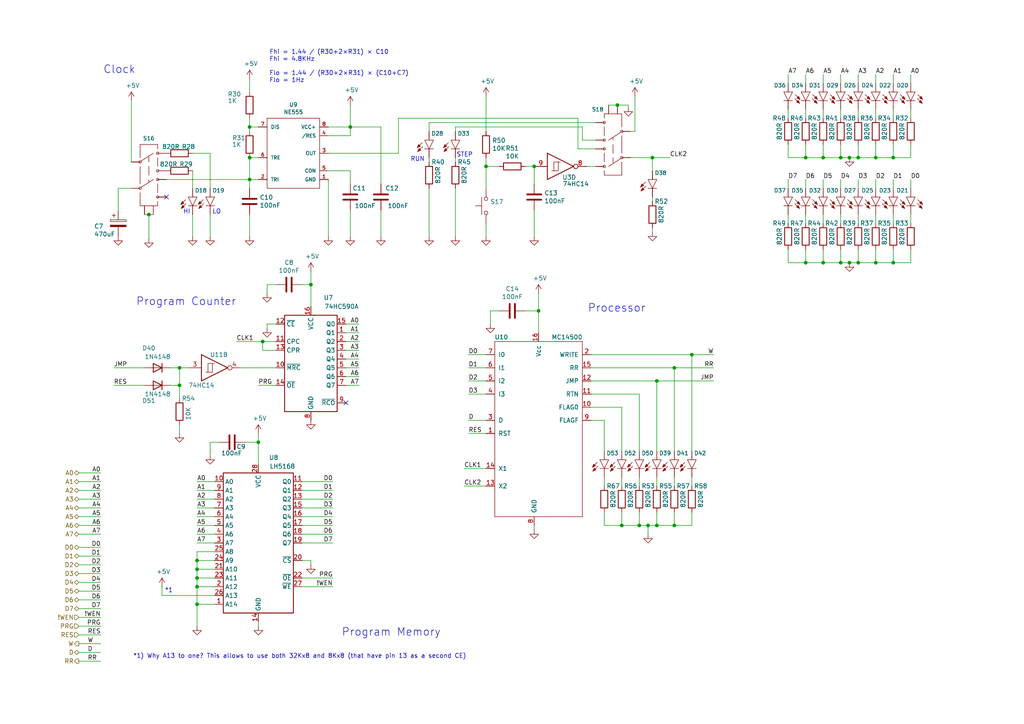
<source format=kicad_sch>
(kicad_sch (version 20230121) (generator eeschema)
  (paper "A4")
  (title_block (title "PLC14500 - Nano") (date "2024-01-22") (rev "0.6") (company "Nicola Cimmino") (comment 1 "REV.D"))
  (junction (at 238.76 45.72))
  (junction (at 57.15 162.56))
  (junction (at 156.21 90.17))
  (junction (at 243.84 76.2))
  (junction (at 189.23 45.72))
  (junction (at 187.96 152.4))
  (junction (at 101.6 36.83))
  (junction (at 90.17 82.55))
  (junction (at 179.07 30.48))
  (junction (at 259.08 45.72))
  (junction (at 200.66 102.87))
  (junction (at 233.68 76.2))
  (junction (at 57.15 167.64))
  (junction (at 140.97 48.26))
  (junction (at 57.15 170.18))
  (junction (at 195.58 152.4))
  (junction (at 195.58 106.68))
  (junction (at 43.18 62.23))
  (junction (at 72.39 52.07))
  (junction (at 74.93 128.27))
  (junction (at 238.76 76.2))
  (junction (at 248.92 45.72))
  (junction (at 180.34 152.4))
  (junction (at 243.84 45.72))
  (junction (at 190.5 110.49))
  (junction (at 259.08 76.2))
  (junction (at 57.15 165.1))
  (junction (at 57.15 175.26))
  (junction (at 233.68 45.72))
  (junction (at 248.92 76.2))
  (junction (at 254 45.72))
  (junction (at 190.5 152.4))
  (junction (at 72.39 36.83))
  (junction (at 254 76.2))
  (junction (at 154.94 48.26))
  (junction (at 76.2 99.06))
  (junction (at 246.38 45.72))
  (junction (at 185.42 152.4))
  (junction (at 72.39 45.72))
  (junction (at 52.07 111.76))
  (junction (at 52.07 106.68))
  (junction (at 246.38 76.2))
  (no_connect (at 100.33 116.84))
  (no_connect (at 48.26 57.15))
  (wire (pts (xy 57.15 157.48) (xy 62.23 157.48)))
  (wire (pts (xy 22.86 191.77) (xy 29.21 191.77)))
  (wire (pts (xy 22.86 139.7) (xy 29.21 139.7)))
  (wire (pts (xy 87.63 154.94) (xy 96.52 154.94)))
  (wire (pts (xy 175.26 138.43) (xy 175.26 140.97)))
  (wire (pts (xy 57.15 142.24) (xy 62.23 142.24)))
  (wire (pts (xy 74.93 128.27) (xy 74.93 134.62)))
  (wire (pts (xy 55.88 44.45) (xy 60.96 44.45)))
  (wire (pts (xy 74.93 45.72) (xy 72.39 45.72)))
  (wire (pts (xy 233.68 45.72) (xy 238.76 45.72)))
  (wire (pts (xy 200.66 102.87) (xy 200.66 130.81)))
  (wire (pts (xy 233.68 45.72) (xy 228.6 45.72)))
  (wire (pts (xy 95.25 39.37) (xy 101.6 39.37)))
  (wire (pts (xy 43.18 62.23) (xy 43.18 69.215)))
  (wire (pts (xy 167.64 34.29) (xy 167.64 43.18)))
  (wire (pts (xy 176.53 30.48) (xy 179.07 30.48)))
  (wire (pts (xy 264.16 54.61) (xy 264.16 52.07)))
  (wire (pts (xy 254 41.91) (xy 254 45.72)))
  (wire (pts (xy 228.6 45.72) (xy 228.6 41.91)))
  (wire (pts (xy 101.6 30.48) (xy 101.6 36.83)))
  (wire (pts (xy 154.94 60.96) (xy 154.94 68.58)))
  (wire (pts (xy 248.92 45.72) (xy 254 45.72)))
  (wire (pts (xy 87.63 152.4) (xy 96.52 152.4)))
  (wire (pts (xy 195.58 152.4) (xy 200.66 152.4)))
  (wire (pts (xy 22.86 137.16) (xy 29.21 137.16)))
  (wire (pts (xy 55.88 49.53) (xy 55.88 54.61)))
  (wire (pts (xy 100.33 104.14) (xy 104.14 104.14)))
  (wire (pts (xy 22.86 161.29) (xy 29.21 161.29)))
  (wire (pts (xy 74.93 180.34) (xy 74.93 181.61)))
  (wire (pts (xy 154.94 53.34) (xy 154.94 48.26)))
  (wire (pts (xy 233.68 31.75) (xy 233.68 34.29)))
  (wire (pts (xy 68.58 99.06) (xy 76.2 99.06)))
  (wire (pts (xy 124.46 45.72) (xy 124.46 46.99)))
  (wire (pts (xy 80.01 93.98) (xy 77.47 93.98)))
  (wire (pts (xy 57.15 162.56) (xy 57.15 165.1)))
  (wire (pts (xy 72.39 34.29) (xy 72.39 36.83)))
  (wire (pts (xy 87.63 144.78) (xy 96.52 144.78)))
  (wire (pts (xy 100.33 93.98) (xy 104.14 93.98)))
  (wire (pts (xy 243.84 62.23) (xy 243.84 64.77)))
  (wire (pts (xy 185.42 138.43) (xy 185.42 140.97)))
  (wire (pts (xy 77.47 93.98) (xy 77.47 95.25)))
  (wire (pts (xy 52.07 125.73) (xy 52.07 123.19)))
  (wire (pts (xy 100.33 106.68) (xy 104.14 106.68)))
  (wire (pts (xy 154.94 153.67) (xy 154.94 152.4)))
  (wire (pts (xy 140.97 121.92) (xy 135.89 121.92)))
  (wire (pts (xy 180.34 152.4) (xy 185.42 152.4)))
  (wire (pts (xy 52.07 115.57) (xy 52.07 111.76)))
  (wire (pts (xy 115.57 34.29) (xy 167.64 34.29)))
  (wire (pts (xy 134.62 140.97) (xy 140.97 140.97)))
  (wire (pts (xy 22.86 152.4) (xy 29.21 152.4)))
  (wire (pts (xy 90.17 82.55) (xy 90.17 78.74)))
  (wire (pts (xy 57.15 144.78) (xy 62.23 144.78)))
  (wire (pts (xy 243.84 41.91) (xy 243.84 45.72)))
  (wire (pts (xy 140.97 114.3) (xy 135.89 114.3)))
  (wire (pts (xy 22.86 149.86) (xy 29.21 149.86)))
  (wire (pts (xy 248.92 72.39) (xy 248.92 76.2)))
  (wire (pts (xy 101.6 49.53) (xy 101.6 53.34)))
  (wire (pts (xy 140.97 45.72) (xy 140.97 48.26)))
  (wire (pts (xy 52.07 106.68) (xy 54.61 106.68)))
  (wire (pts (xy 167.64 43.18) (xy 172.72 43.18)))
  (wire (pts (xy 71.12 128.27) (xy 74.93 128.27)))
  (wire (pts (xy 87.63 162.56) (xy 90.17 162.56)))
  (wire (pts (xy 87.63 157.48) (xy 96.52 157.48)))
  (wire (pts (xy 238.76 62.23) (xy 238.76 64.77)))
  (wire (pts (xy 132.08 46.99) (xy 132.08 45.72)))
  (wire (pts (xy 180.34 130.81) (xy 180.34 118.11)))
  (wire (pts (xy 57.15 167.64) (xy 57.15 170.18)))
  (wire (pts (xy 248.92 62.23) (xy 248.92 64.77)))
  (wire (pts (xy 80.01 82.55) (xy 77.47 82.55)))
  (wire (pts (xy 264.16 72.39) (xy 264.16 76.2)))
  (wire (pts (xy 264.16 64.77) (xy 264.16 62.23)))
  (wire (pts (xy 62.23 165.1) (xy 57.15 165.1)))
  (wire (pts (xy 248.92 21.59) (xy 248.92 24.13)))
  (wire (pts (xy 152.4 90.17) (xy 156.21 90.17)))
  (wire (pts (xy 57.15 152.4) (xy 62.23 152.4)))
  (wire (pts (xy 248.92 31.75) (xy 248.92 34.29)))
  (wire (pts (xy 77.47 82.55) (xy 77.47 85.09)))
  (wire (pts (xy 182.245 30.48) (xy 179.07 30.48)))
  (wire (pts (xy 87.63 149.86) (xy 96.52 149.86)))
  (wire (pts (xy 190.5 138.43) (xy 190.5 140.97)))
  (wire (pts (xy 22.86 176.53) (xy 29.21 176.53)))
  (wire (pts (xy 264.16 76.2) (xy 259.08 76.2)))
  (wire (pts (xy 200.66 152.4) (xy 200.66 148.59)))
  (wire (pts (xy 175.26 130.81) (xy 175.26 121.92)))
  (wire (pts (xy 228.6 76.2) (xy 228.6 72.39)))
  (wire (pts (xy 185.42 114.3) (xy 171.45 114.3)))
  (wire (pts (xy 254 72.39) (xy 254 76.2)))
  (wire (pts (xy 38.1 46.99) (xy 38.1 29.21)))
  (wire (pts (xy 185.42 130.81) (xy 185.42 114.3)))
  (wire (pts (xy 233.68 76.2) (xy 238.76 76.2)))
  (wire (pts (xy 29.21 184.15) (xy 22.86 184.15)))
  (wire (pts (xy 189.23 45.72) (xy 194.31 45.72)))
  (wire (pts (xy 57.15 160.02) (xy 57.15 162.56)))
  (wire (pts (xy 95.25 49.53) (xy 101.6 49.53)))
  (wire (pts (xy 195.58 106.68) (xy 195.58 130.81)))
  (wire (pts (xy 22.86 173.99) (xy 29.21 173.99)))
  (wire (pts (xy 74.93 111.76) (xy 80.01 111.76)))
  (wire (pts (xy 243.84 76.2) (xy 246.38 76.2)))
  (wire (pts (xy 57.15 154.94) (xy 62.23 154.94)))
  (wire (pts (xy 57.15 170.18) (xy 57.15 175.26)))
  (wire (pts (xy 72.39 45.72) (xy 72.39 52.07)))
  (wire (pts (xy 57.15 147.32) (xy 62.23 147.32)))
  (wire (pts (xy 33.02 111.76) (xy 41.91 111.76)))
  (wire (pts (xy 172.72 35.56) (xy 124.46 35.56)))
  (wire (pts (xy 22.86 168.91) (xy 29.21 168.91)))
  (wire (pts (xy 246.38 45.72) (xy 248.92 45.72)))
  (wire (pts (xy 254 76.2) (xy 259.08 76.2)))
  (wire (pts (xy 60.96 132.08) (xy 60.96 128.27)))
  (wire (pts (xy 72.39 38.1) (xy 72.39 36.83)))
  (wire (pts (xy 95.25 36.83) (xy 101.6 36.83)))
  (wire (pts (xy 100.33 96.52) (xy 104.14 96.52)))
  (wire (pts (xy 22.86 171.45) (xy 29.21 171.45)))
  (wire (pts (xy 41.91 62.23) (xy 43.18 62.23)))
  (wire (pts (xy 100.33 109.22) (xy 104.14 109.22)))
  (wire (pts (xy 195.58 148.59) (xy 195.58 152.4)))
  (wire (pts (xy 110.49 68.58) (xy 110.49 60.96)))
  (wire (pts (xy 48.26 52.07) (xy 72.39 52.07)))
  (wire (pts (xy 195.58 106.68) (xy 207.01 106.68)))
  (wire (pts (xy 200.66 138.43) (xy 200.66 140.97)))
  (wire (pts (xy 185.42 148.59) (xy 185.42 152.4)))
  (wire (pts (xy 132.08 36.83) (xy 168.91 36.83)))
  (wire (pts (xy 156.21 96.52) (xy 156.21 90.17)))
  (wire (pts (xy 259.08 21.59) (xy 259.08 24.13)))
  (wire (pts (xy 190.5 152.4) (xy 195.58 152.4)))
  (wire (pts (xy 62.23 172.72) (xy 46.99 172.72)))
  (wire (pts (xy 33.02 106.68) (xy 41.91 106.68)))
  (wire (pts (xy 22.86 144.78) (xy 29.21 144.78)))
  (wire (pts (xy 34.29 60.96) (xy 34.29 54.61)))
  (wire (pts (xy 254 54.61) (xy 254 52.07)))
  (wire (pts (xy 115.57 44.45) (xy 115.57 34.29)))
  (wire (pts (xy 170.18 48.26) (xy 172.72 48.26)))
  (wire (pts (xy 87.63 147.32) (xy 96.52 147.32)))
  (wire (pts (xy 243.84 76.2) (xy 238.76 76.2)))
  (wire (pts (xy 156.21 90.17) (xy 156.21 85.09)))
  (wire (pts (xy 248.92 41.91) (xy 248.92 45.72)))
  (wire (pts (xy 171.45 110.49) (xy 190.5 110.49)))
  (wire (pts (xy 22.86 179.07) (xy 29.21 179.07)))
  (wire (pts (xy 57.15 149.86) (xy 62.23 149.86)))
  (wire (pts (xy 132.08 68.58) (xy 132.08 54.61)))
  (wire (pts (xy 140.97 106.68) (xy 135.89 106.68)))
  (wire (pts (xy 175.26 148.59) (xy 175.26 152.4)))
  (wire (pts (xy 52.07 111.76) (xy 52.07 106.68)))
  (wire (pts (xy 180.34 118.11) (xy 171.45 118.11)))
  (wire (pts (xy 175.26 152.4) (xy 180.34 152.4)))
  (wire (pts (xy 110.49 36.83) (xy 101.6 36.83)))
  (wire (pts (xy 124.46 35.56) (xy 124.46 38.1)))
  (wire (pts (xy 49.53 111.76) (xy 52.07 111.76)))
  (wire (pts (xy 189.23 67.31) (xy 189.23 66.04)))
  (wire (pts (xy 259.08 72.39) (xy 259.08 76.2)))
  (wire (pts (xy 22.86 166.37) (xy 29.21 166.37)))
  (wire (pts (xy 180.34 138.43) (xy 180.34 140.97)))
  (wire (pts (xy 95.25 52.07) (xy 95.25 68.58)))
  (wire (pts (xy 238.76 31.75) (xy 238.76 34.29)))
  (wire (pts (xy 87.63 139.7) (xy 96.52 139.7)))
  (wire (pts (xy 57.15 139.7) (xy 62.23 139.7)))
  (wire (pts (xy 264.16 34.29) (xy 264.16 31.75)))
  (wire (pts (xy 254 21.59) (xy 254 24.13)))
  (wire (pts (xy 190.5 148.59) (xy 190.5 152.4)))
  (wire (pts (xy 254 31.75) (xy 254 34.29)))
  (wire (pts (xy 182.245 31.115) (xy 182.245 30.48)))
  (wire (pts (xy 189.23 49.53) (xy 189.23 45.72)))
  (wire (pts (xy 87.63 142.24) (xy 96.52 142.24)))
  (wire (pts (xy 72.39 68.58) (xy 72.39 62.23)))
  (wire (pts (xy 168.91 36.83) (xy 168.91 40.64)))
  (wire (pts (xy 76.2 101.6) (xy 76.2 99.06)))
  (wire (pts (xy 187.96 152.4) (xy 190.5 152.4)))
  (wire (pts (xy 175.26 121.92) (xy 171.45 121.92)))
  (wire (pts (xy 80.01 101.6) (xy 76.2 101.6)))
  (wire (pts (xy 135.89 125.73) (xy 140.97 125.73)))
  (wire (pts (xy 185.42 152.4) (xy 187.96 152.4)))
  (wire (pts (xy 259.08 41.91) (xy 259.08 45.72)))
  (wire (pts (xy 62.23 160.02) (xy 57.15 160.02)))
  (wire (pts (xy 43.18 62.23) (xy 44.45 62.23)))
  (wire (pts (xy 72.39 52.07) (xy 74.93 52.07)))
  (wire (pts (xy 228.6 31.75) (xy 228.6 34.29)))
  (wire (pts (xy 233.68 41.91) (xy 233.68 45.72)))
  (wire (pts (xy 233.68 21.59) (xy 233.68 24.13)))
  (wire (pts (xy 187.96 152.4) (xy 187.96 154.94)))
  (wire (pts (xy 142.24 90.17) (xy 144.78 90.17)))
  (wire (pts (xy 140.97 68.58) (xy 140.97 64.77)))
  (wire (pts (xy 49.53 106.68) (xy 52.07 106.68)))
  (wire (pts (xy 60.96 68.58) (xy 60.96 62.23)))
  (wire (pts (xy 22.86 163.83) (xy 29.21 163.83)))
  (wire (pts (xy 243.84 72.39) (xy 243.84 76.2)))
  (wire (pts (xy 233.68 62.23) (xy 233.68 64.77)))
  (wire (pts (xy 100.33 111.76) (xy 104.14 111.76)))
  (wire (pts (xy 238.76 41.91) (xy 238.76 45.72)))
  (wire (pts (xy 55.88 62.23) (xy 55.88 68.58)))
  (wire (pts (xy 62.23 167.64) (xy 57.15 167.64)))
  (wire (pts (xy 264.16 45.72) (xy 259.08 45.72)))
  (wire (pts (xy 72.39 26.67) (xy 72.39 22.86)))
  (wire (pts (xy 238.76 72.39) (xy 238.76 76.2)))
  (wire (pts (xy 22.86 154.94) (xy 29.21 154.94)))
  (wire (pts (xy 243.84 45.72) (xy 238.76 45.72)))
  (wire (pts (xy 248.92 54.61) (xy 248.92 52.07)))
  (wire (pts (xy 243.84 54.61) (xy 243.84 52.07)))
  (wire (pts (xy 62.23 175.26) (xy 57.15 175.26)))
  (wire (pts (xy 101.6 60.96) (xy 101.6 68.58)))
  (wire (pts (xy 233.68 76.2) (xy 228.6 76.2)))
  (wire (pts (xy 189.23 58.42) (xy 189.23 57.15)))
  (wire (pts (xy 76.2 99.06) (xy 80.01 99.06)))
  (wire (pts (xy 200.66 102.87) (xy 207.01 102.87)))
  (wire (pts (xy 243.84 45.72) (xy 246.38 45.72)))
  (wire (pts (xy 87.63 167.64) (xy 96.52 167.64)))
  (wire (pts (xy 101.6 39.37) (xy 101.6 36.83)))
  (wire (pts (xy 238.76 54.61) (xy 238.76 52.07)))
  (wire (pts (xy 90.17 162.56) (xy 90.17 163.83)))
  (wire (pts (xy 134.62 135.89) (xy 140.97 135.89)))
  (wire (pts (xy 100.33 99.06) (xy 104.14 99.06)))
  (wire (pts (xy 168.91 40.64) (xy 172.72 40.64)))
  (wire (pts (xy 259.08 62.23) (xy 259.08 64.77)))
  (wire (pts (xy 72.39 54.61) (xy 72.39 52.07)))
  (wire (pts (xy 228.6 21.59) (xy 228.6 24.13)))
  (wire (pts (xy 72.39 36.83) (xy 74.93 36.83)))
  (wire (pts (xy 264.16 21.59) (xy 264.16 24.13)))
  (wire (pts (xy 60.96 128.27) (xy 63.5 128.27)))
  (wire (pts (xy 184.15 38.1) (xy 184.15 27.94)))
  (wire (pts (xy 22.86 181.61) (xy 29.21 181.61)))
  (wire (pts (xy 22.86 147.32) (xy 29.21 147.32)))
  (wire (pts (xy 228.6 54.61) (xy 228.6 52.07)))
  (wire (pts (xy 154.94 48.26) (xy 152.4 48.26)))
  (wire (pts (xy 238.76 21.59) (xy 238.76 24.13)))
  (wire (pts (xy 144.78 48.26) (xy 140.97 48.26)))
  (wire (pts (xy 195.58 138.43) (xy 195.58 140.97)))
  (wire (pts (xy 264.16 41.91) (xy 264.16 45.72)))
  (wire (pts (xy 100.33 101.6) (xy 104.14 101.6)))
  (wire (pts (xy 190.5 110.49) (xy 207.01 110.49)))
  (wire (pts (xy 233.68 54.61) (xy 233.68 52.07)))
  (wire (pts (xy 254 45.72) (xy 259.08 45.72)))
  (wire (pts (xy 57.15 165.1) (xy 57.15 167.64)))
  (wire (pts (xy 22.86 186.69) (xy 29.21 186.69)))
  (wire (pts (xy 62.23 170.18) (xy 57.15 170.18)))
  (wire (pts (xy 190.5 110.49) (xy 190.5 130.81)))
  (wire (pts (xy 142.24 93.98) (xy 142.24 90.17)))
  (wire (pts (xy 233.68 72.39) (xy 233.68 76.2)))
  (wire (pts (xy 34.29 54.61) (xy 38.1 54.61)))
  (wire (pts (xy 87.63 82.55) (xy 90.17 82.55)))
  (wire (pts (xy 243.84 31.75) (xy 243.84 34.29)))
  (wire (pts (xy 140.97 54.61) (xy 140.97 48.26)))
  (wire (pts (xy 246.38 76.2) (xy 248.92 76.2)))
  (wire (pts (xy 228.6 64.77) (xy 228.6 62.23)))
  (wire (pts (xy 243.84 21.59) (xy 243.84 24.13)))
  (wire (pts (xy 140.97 110.49) (xy 135.89 110.49)))
  (wire (pts (xy 254 62.23) (xy 254 64.77)))
  (wire (pts (xy 95.25 44.45) (xy 115.57 44.45)))
  (wire (pts (xy 110.49 53.34) (xy 110.49 36.83)))
  (wire (pts (xy 140.97 102.87) (xy 135.89 102.87)))
  (wire (pts (xy 171.45 102.87) (xy 200.66 102.87)))
  (wire (pts (xy 90.17 82.55) (xy 90.17 88.9)))
  (wire (pts (xy 124.46 54.61) (xy 124.46 68.58)))
  (wire (pts (xy 62.23 162.56) (xy 57.15 162.56)))
  (wire (pts (xy 182.88 38.1) (xy 184.15 38.1)))
  (wire (pts (xy 22.86 189.23) (xy 29.21 189.23)))
  (wire (pts (xy 259.08 54.61) (xy 259.08 52.07)))
  (wire (pts (xy 74.93 125.73) (xy 74.93 128.27)))
  (wire (pts (xy 46.99 172.72) (xy 46.99 170.18)))
  (wire (pts (xy 180.34 148.59) (xy 180.34 152.4)))
  (wire (pts (xy 87.63 170.18) (xy 96.52 170.18)))
  (wire (pts (xy 22.86 142.24) (xy 29.21 142.24)))
  (wire (pts (xy 182.88 45.72) (xy 189.23 45.72)))
  (wire (pts (xy 22.86 158.75) (xy 29.21 158.75)))
  (wire (pts (xy 171.45 106.68) (xy 195.58 106.68)))
  (wire (pts (xy 57.15 175.26) (xy 57.15 181.61)))
  (wire (pts (xy 248.92 76.2) (xy 254 76.2)))
  (wire (pts (xy 80.01 106.68) (xy 69.85 106.68)))
  (wire (pts (xy 259.08 31.75) (xy 259.08 34.29)))
  (wire (pts (xy 60.96 44.45) (xy 60.96 54.61)))
  (wire (pts (xy 140.97 38.1) (xy 140.97 27.94)))
  (wire (pts (xy 132.08 38.1) (xy 132.08 36.83)))
  (text "LO" (at 64.135 62.23 0) (effects (font (size 1.27 1.27)) (justify right bottom)))
  (text "HI" (at 55.245 62.23 0) (effects (font (size 1.27 1.27)) (justify right bottom)))
  (text "Program Memory" (at 99.06 184.785 0) (effects (font (size 2.2606 2.2606)) (justify left bottom)))
  (text "STEP" (at 137.16 45.72 0) (effects (font (size 1.27 1.27)) (justify right bottom)))
  (text "Program Counter" (at 68.58 88.9 0) (effects (font (size 2.2606 2.2606)) (justify right bottom)))
  (text "*1" (at 50.165 172.085 0) (effects (font (size 1.27 1.27)) (justify right bottom)))
  (text "Fhi = 1.44 / (R30+2×R31) × C10\nFhi = 4.8KHz\n\nFlo = 1.44 / (R30+2×R31) × (C10+C7)\nFlo = 1Hz" (at 78.105 24.13 0) (effects (font (size 1.27 1.27)) (justify left bottom)))
  (text "RUN" (at 123.19 46.99 0) (effects (font (size 1.27 1.27)) (justify right bottom)))
  (text "*1) Why A13 to one? This allows to use both 32Kx8 and 8Kx8 (that have pin 13 as a second CE)" (at 135.255 191.135 0) (effects (font (size 1.27 1.27)) (justify right bottom)))
  (text "Clock" (at 39.37 21.59 0) (effects (font (size 2.2606 2.2606)) (justify right bottom)))
  (text "Processor" (at 187.325 90.805 0) (effects (font (size 2.2606 2.2606)) (justify right bottom)))
  (label "A5" (at 57.15 152.4 0))
  (label "A6" (at 57.15 154.94 0))
  (label "D0" (at 135.89 102.87 0))
  (label "A1" (at 57.15 142.24 0))
  (label "D7" (at 29.21 176.53 180))
  (label "D2" (at 135.89 110.49 0))
  (label "D0" (at 264.16 52.07 0))
  (label "A2" (at 57.15 144.78 0))
  (label "A1" (at 29.21 139.7 180))
  (label "A0" (at 29.21 137.16 180))
  (label "D1" (at 135.89 106.68 0))
  (label "A2" (at 29.21 142.24 180))
  (label "D1" (at 96.52 142.24 180))
  (label "A1" (at 104.14 96.52 180))
  (label "D4" (at 96.52 149.86 180))
  (label "A5" (at 29.21 149.86 180))
  (label "PRG" (at 29.21 181.61 180))
  (label "A4" (at 57.15 149.86 0))
  (label "D4" (at 243.84 52.07 0))
  (label "A3" (at 104.14 101.6 180))
  (label "RR" (at 25.4 191.77 0))
  (label "CLK2" (at 134.62 140.97 0))
  (label "A4" (at 243.84 21.59 0))
  (label "A7" (at 228.6 21.59 0))
  (label "D1" (at 259.08 52.07 0))
  (label "D1" (at 29.21 161.29 180))
  (label "RR" (at 207.01 106.68 180))
  (label "D7" (at 96.52 157.48 180))
  (label "A6" (at 29.21 152.4 180))
  (label "W" (at 207.01 102.87 180))
  (label "A7" (at 57.15 157.48 0))
  (label "A3" (at 57.15 147.32 0))
  (label "D0" (at 96.52 139.7 180))
  (label "D3" (at 96.52 147.32 180))
  (label "A0" (at 104.14 93.98 180))
  (label "RES" (at 33.02 111.76 0))
  (label "JMP" (at 207.01 110.49 180))
  (label "W" (at 25.4 186.69 0))
  (label "D" (at 25.4 189.23 0))
  (label "D6" (at 29.21 173.99 180))
  (label "D5" (at 29.21 171.45 180))
  (label "A7" (at 29.21 154.94 180))
  (label "D2" (at 96.52 144.78 180))
  (label "A0" (at 57.15 139.7 0))
  (label "D7" (at 228.6 52.07 0))
  (label "A2" (at 254 21.59 0))
  (label "D6" (at 96.52 154.94 180))
  (label "A7" (at 104.14 111.76 180))
  (label "A2" (at 104.14 99.06 180))
  (label "D2" (at 29.21 163.83 180))
  (label "A5" (at 238.76 21.59 0))
  (label "D3" (at 29.21 166.37 180))
  (label "D2" (at 254 52.07 0))
  (label "D5" (at 238.76 52.07 0))
  (label "D3" (at 248.92 52.07 0))
  (label "CLK1" (at 68.58 99.06 0))
  (label "D4" (at 29.21 168.91 180))
  (label "CLK1" (at 134.62 135.89 0))
  (label "A6" (at 233.68 21.59 0))
  (label "D5" (at 96.52 152.4 180))
  (label "!WEN" (at 29.21 179.07 180))
  (label "RES" (at 25.4 184.15 0))
  (label "D" (at 135.89 121.92 0))
  (label "D0" (at 29.21 158.75 180))
  (label "D6" (at 233.68 52.07 0))
  (label "A3" (at 29.21 144.78 180))
  (label "A5" (at 104.14 106.68 180))
  (label "CLK2" (at 194.31 45.72 0))
  (label "PRG" (at 96.52 167.64 180))
  (label "A1" (at 259.08 21.59 0))
  (label "D3" (at 135.89 114.3 0))
  (label "RES" (at 135.89 125.73 0))
  (label "JMP" (at 33.02 106.68 0))
  (label "A4" (at 29.21 147.32 180))
  (label "A0" (at 264.16 21.59 0))
  (label "A6" (at 104.14 109.22 180))
  (label "A4" (at 104.14 104.14 180))
  (label "PRG" (at 74.93 111.76 0))
  (label "A3" (at 248.92 21.59 0))
  (label "!WEN" (at 96.52 170.18 180))
  (hierarchical_label "D7" (shape bidirectional) (at 22.86 176.53 180))
  (hierarchical_label "D6" (shape bidirectional) (at 22.86 173.99 180))
  (hierarchical_label "D0" (shape bidirectional) (at 22.86 158.75 180))
  (hierarchical_label "PRG" (shape input) (at 22.86 181.61 180))
  (hierarchical_label "D4" (shape bidirectional) (at 22.86 168.91 180))
  (hierarchical_label "D2" (shape bidirectional) (at 22.86 163.83 180))
  (hierarchical_label "A0" (shape bidirectional) (at 22.86 137.16 180))
  (hierarchical_label "D" (shape bidirectional) (at 22.86 189.23 180))
  (hierarchical_label "D1" (shape bidirectional) (at 22.86 161.29 180))
  (hierarchical_label "D5" (shape bidirectional) (at 22.86 171.45 180))
  (hierarchical_label "A2" (shape bidirectional) (at 22.86 142.24 180))
  (hierarchical_label "W" (shape output) (at 22.86 186.69 180))
  (hierarchical_label "RR" (shape output) (at 22.86 191.77 180))
  (hierarchical_label "!WEN" (shape input) (at 22.86 179.07 180))
  (hierarchical_label "A4" (shape bidirectional) (at 22.86 147.32 180))
  (hierarchical_label "A1" (shape bidirectional) (at 22.86 139.7 180))
  (hierarchical_label "A6" (shape bidirectional) (at 22.86 152.4 180))
  (hierarchical_label "A3" (shape bidirectional) (at 22.86 144.78 180))
  (hierarchical_label "D3" (shape bidirectional) (at 22.86 166.37 180))
  (hierarchical_label "A7" (shape bidirectional) (at 22.86 154.94 180))
  (hierarchical_label "RES" (shape input) (at 22.86 184.15 180))
  (hierarchical_label "A5" (shape bidirectional) (at 22.86 149.86 180))
  (symbol (lib_id "plc14500:CP-Device") (at 34.29 64.77 0) (unit 1)
    (property "Reference" "C7" (at 27.305 65.6336 0) (effects (justify left)))
    (property "Value" "470uF" (at 27.305 67.945 0) (effects (justify left)))
    (property "Footprint" "Capacitor_THT:CP_Radial_D5.0mm_P2.50mm" (effects hide))
  )
  (symbol (lib_id "plc14500:74HC14") (at 62.23 106.68 0) (unit 2)
    (property "Reference" "U11" (at 63.5 102.87 0))
    (property "Value" "74HC14" (at 58.42 111.76 0))
    (property "Footprint" "Package_DIP:DIP-14_W7.62mm_LongPads" (effects hide))
    (property "Datasheet" "http://www.ti.com/lit/gpn/sn74HC14" (effects hide))
    (property "Price" "0.16" (effects hide))
    (instances (project "plc14500" (path "" (reference "U11") (unit 2)) (path "" (reference "U?") (unit 1))))
  )
  (symbol (lib_id "Diode:1N4148") (at 45.72 106.68 180) (unit 1)
    (property "Reference" "D40" (at 43.18 100.965 0))
    (property "Value" "1N4148" (at 45.72 103.4796 0))
    (property "Footprint" "Diode_THT:D_DO-35_SOD27_P7.62mm_Horizontal" (effects hide))
    (property "Datasheet" "https://assets.nexperia.com/documents/data-sheet/1N4148_1N4448.pdf" (effects hide))
  )
  (symbol (lib_id "Diode:1N4148") (at 45.72 111.76 180) (unit 1)
    (property "Reference" "D51" (at 43.18 116.205 0))
    (property "Value" "1N4148" (at 45.72 114.3 0))
    (property "Footprint" "Diode_THT:D_DO-35_SOD27_P7.62mm_Horizontal" (effects hide))
    (property "Datasheet" "https://assets.nexperia.com/documents/data-sheet/1N4148_1N4448.pdf" (effects hide))
  )
  (symbol (lib_id "Device:R") (at 52.07 119.38 180) (unit 1)
    (property "Reference" "R54" (at 52.705 115.57 0) (effects (justify right)))
    (property "Value" "10K" (at 54.61 121.92 90) (effects (justify right)))
    (property "Footprint" "Resistor_THT:R_Axial_DIN0204_L3.6mm_D1.6mm_P7.62mm_Horizontal" (effects hide))
    (property "Price" "0.01" (effects hide))
    (instances (project "plc14500" (path "" (reference "R54") (unit 1)) (path "" (reference "R?") (unit 1))))
  )
  (symbol (lib_id "power:GND") (at 52.07 125.73 0) (unit 1)
    (property "Reference" "#PWR078" (effects hide))
    (property "Value" "GND" (effects hide))
    (instances (project "plc14500" (path "" (reference "#PWR078") (unit 1)) (path "" (reference "#PWR?") (unit 1))))
  )
  (symbol (lib_id "Device:R") (at 72.39 41.91 180) (unit 1)
    (property "Reference" "R31" (at 67.31 40.005 0) (effects (justify right)))
    (property "Value" "1K" (at 67.31 41.91 0) (effects (justify right)))
    (property "Footprint" "Resistor_THT:R_Axial_DIN0204_L3.6mm_D1.6mm_P7.62mm_Horizontal" (effects hide))
    (property "Price" "0.01" (effects hide))
    (instances (project "plc14500" (path "" (reference "R31") (unit 1)) (path "" (reference "R?") (unit 1))))
  )
  (symbol (lib_id "Device:R") (at 72.39 30.48 180) (unit 1)
    (property "Reference" "R30" (at 66.04 27.305 0) (effects (justify right)))
    (property "Value" "1K" (at 66.04 29.21 0) (effects (justify right)))
    (property "Footprint" "Resistor_THT:R_Axial_DIN0204_L3.6mm_D1.6mm_P7.62mm_Horizontal" (effects hide))
    (property "Price" "0.01" (effects hide))
    (instances (project "plc14500" (path "" (reference "R30") (unit 1)) (path "" (reference "R?") (unit 1))))
  )
  (symbol (lib_id "plc14500:555") (at 85.09 44.45 0) (unit 1)
    (property "Reference" "U9" (at 85.09 30.3784 0) (effects (font (size 1.143 1.143))))
    (property "Value" "NE555" (at 85.09 32.512 0) (effects (font (size 1.143 1.143))))
    (property "Footprint" "Package_DIP:DIP-8_W7.62mm" (effects hide))
    (property "Price" "0.07" (effects hide))
    (instances (project "plc14500" (path "" (reference "U9") (unit 1)) (path "" (reference "U?") (unit 1))))
  )
  (symbol (lib_id "Device:C") (at 72.39 58.42 0) (unit 1)
    (property "Reference" "C10" (at 75.311 57.2516 0) (effects (justify left)))
    (property "Value" "100nF" (at 75.311 59.563 0) (effects (justify left)))
    (property "Footprint" "Capacitor_THT:C_Rect_L7.2mm_W2.5mm_P5.00mm_FKS2_FKP2_MKS2_MKP2" (effects hide))
    (property "Price" "0.02" (effects hide))
    (instances (project "plc14500" (path "" (reference "C10") (unit 1)) (path "" (reference "C?") (unit 1))))
  )
  (symbol (lib_id "Device:C") (at 101.6 57.15 0) (unit 1)
    (property "Reference" "C11" (at 102.235 54.61 0) (effects (justify left)))
    (property "Value" "100nF" (at 102.87 59.69 0) (effects (justify left)))
    (property "Footprint" "Capacitor_THT:C_Rect_L7.2mm_W2.5mm_P5.00mm_FKS2_FKP2_MKS2_MKP2" (effects hide))
    (property "Price" "0.02" (effects hide))
    (instances (project "plc14500" (path "" (reference "C11") (unit 1)) (path "" (reference "C?") (unit 1))))
  )
  (symbol (lib_id "power:GND") (at 95.25 68.58 0) (unit 1)
    (property "Reference" "#PWR053" (effects hide))
    (property "Value" "GND" (effects hide))
    (instances (project "plc14500" (path "" (reference "#PWR053") (unit 1)) (path "" (reference "#PWR?") (unit 1))))
  )
  (symbol (lib_id "power:GND") (at 101.6 68.58 0) (unit 1)
    (property "Reference" "#PWR054" (effects hide))
    (property "Value" "GND" (effects hide))
    (instances (project "plc14500" (path "" (reference "#PWR054") (unit 1)) (path "" (reference "#PWR?") (unit 1))))
  )
  (symbol (lib_id "power:GND") (at 72.39 68.58 0) (unit 1)
    (property "Reference" "#PWR049" (effects hide))
    (property "Value" "GND" (effects hide))
    (instances (project "plc14500" (path "" (reference "#PWR049") (unit 1)) (path "" (reference "#PWR?") (unit 1))))
  )
  (symbol (lib_id "plc14500:74HC590A") (at 90.17 106.68 0) (unit 1)
    (property "Reference" "U7" (at 95.25 86.36 0))
    (property "Value" "74HC590A" (at 99.06 88.9 0))
    (property "Footprint" "Package_DIP:DIP-16_W7.62mm_LongPads" (effects hide))
    (property "Datasheet" "http://www.ti.com/lit/ds/symlink/sn74hc590a.pdf" (effects hide))
    (property "Price" "0.43" (effects hide))
    (instances (project "plc14500" (path "" (reference "U7") (unit 1)) (path "" (reference "U?") (unit 1))))
  )
  (symbol (lib_id "power:GND") (at 77.47 95.25 0) (unit 1)
    (property "Reference" "#PWR043" (effects hide))
    (property "Value" "GND" (effects hide))
    (instances (project "plc14500" (path "" (reference "#PWR043") (unit 1)) (path "" (reference "#PWR?") (unit 1))))
  )
  (symbol (lib_id "power:GND") (at 90.17 121.92 0) (unit 1)
    (property "Reference" "#PWR048" (effects hide))
    (property "Value" "GND" (effects hide))
    (instances (project "plc14500" (path "" (reference "#PWR048") (unit 1)) (path "" (reference "#PWR?") (unit 1))))
  )
  (symbol (lib_id "power:+5V") (at 90.17 78.74 0) (unit 1)
    (property "Reference" "#PWR047" (effects hide))
    (property "Value" "+5V" (at 90.551 74.3458 0))
    (instances (project "plc14500" (path "" (reference "#PWR047") (unit 1)) (path "" (reference "#PWR?") (unit 1))))
  )
  (symbol (lib_id "power:+5V") (at 101.6 30.48 0) (unit 1)
    (property "Reference" "#PWR055" (effects hide))
    (property "Value" "+5V" (at 101.981 26.0858 0))
    (instances (project "plc14500" (path "" (reference "#PWR055") (unit 1)) (path "" (reference "#PWR?") (unit 1))))
  )
  (symbol (lib_id "Device:C") (at 83.82 82.55 270) (unit 1)
    (property "Reference" "C8" (at 83.82 76.1492 90))
    (property "Value" "100nF" (at 83.82 78.4606 90))
    (property "Footprint" "Capacitor_THT:C_Rect_L7.2mm_W2.5mm_P5.00mm_FKS2_FKP2_MKS2_MKP2" (effects hide))
    (property "Price" "0.02" (effects hide))
    (instances (project "plc14500" (path "" (reference "C8") (unit 1)) (path "" (reference "C?") (unit 1))))
  )
  (symbol (lib_id "plc14500:LED") (at 264.16 26.67 0) (mirror y) (unit 1)
    (property "Reference" "D20" (at 263.525 24.765 0) (effects (font (size 1.143 1.143)) (justify left)))
    (property "Value" "LED 3MM Red" (effects hide))
    (property "Footprint" "plc14500:LED_3MM" (effects hide))
    (property "Price" "0.01" (effects hide))
    (instances (project "plc14500" (path "" (reference "D20") (unit 1)) (path "" (reference "D?") (unit 1))))
  )
  (symbol (lib_id "plc14500:LED") (at 259.08 26.67 0) (mirror y) (unit 1)
    (property "Reference" "D22" (at 258.445 24.765 0) (effects (font (size 1.143 1.143)) (justify left)))
    (property "Value" "LED 3MM Red" (effects hide))
    (property "Footprint" "plc14500:LED_3MM" (effects hide))
    (property "Price" "0.01" (effects hide))
    (instances (project "plc14500" (path "" (reference "D22") (unit 1)) (path "" (reference "D?") (unit 1))))
  )
  (symbol (lib_id "plc14500:LED") (at 254 26.67 0) (mirror y) (unit 1)
    (property "Reference" "D24" (at 253.365 24.765 0) (effects (font (size 1.143 1.143)) (justify left)))
    (property "Value" "LED 3MM Red" (effects hide))
    (property "Footprint" "plc14500:LED_3MM" (effects hide))
    (property "Price" "0.01" (effects hide))
    (instances (project "plc14500" (path "" (reference "D24") (unit 1)) (path "" (reference "D?") (unit 1))))
  )
  (symbol (lib_id "plc14500:LED") (at 248.92 26.67 0) (mirror y) (unit 1)
    (property "Reference" "D26" (at 248.285 24.765 0) (effects (font (size 1.143 1.143)) (justify left)))
    (property "Value" "LED 3MM Red" (effects hide))
    (property "Footprint" "plc14500:LED_3MM" (effects hide))
    (property "Price" "0.01" (effects hide))
    (instances (project "plc14500" (path "" (reference "D26") (unit 1)) (path "" (reference "D?") (unit 1))))
  )
  (symbol (lib_id "plc14500:LED") (at 243.84 26.67 0) (mirror y) (unit 1)
    (property "Reference" "D29" (at 243.205 24.765 0) (effects (font (size 1.143 1.143)) (justify left)))
    (property "Value" "LED 3MM Red" (effects hide))
    (property "Footprint" "plc14500:LED_3MM" (effects hide))
    (property "Price" "0.01" (effects hide))
    (instances (project "plc14500" (path "" (reference "D29") (unit 1)) (path "" (reference "D?") (unit 1))))
  )
  (symbol (lib_id "plc14500:LED") (at 238.76 26.67 0) (mirror y) (unit 1)
    (property "Reference" "D31" (at 238.125 24.765 0) (effects (font (size 1.143 1.143)) (justify left)))
    (property "Value" "LED 3MM Red" (effects hide))
    (property "Footprint" "plc14500:LED_3MM" (effects hide))
    (property "Price" "0.01" (effects hide))
    (instances (project "plc14500" (path "" (reference "D31") (unit 1)) (path "" (reference "D?") (unit 1))))
  )
  (symbol (lib_id "plc14500:LED") (at 233.68 26.67 0) (mirror y) (unit 1)
    (property "Reference" "D34" (at 233.045 24.765 0) (effects (font (size 1.143 1.143)) (justify left)))
    (property "Value" "LED 3MM Red" (effects hide))
    (property "Footprint" "plc14500:LED_3MM" (effects hide))
    (property "Price" "0.01" (effects hide))
    (instances (project "plc14500" (path "" (reference "D34") (unit 1)) (path "" (reference "D?") (unit 1))))
  )
  (symbol (lib_id "plc14500:LED") (at 228.6 26.67 0) (mirror y) (unit 1)
    (property "Reference" "D36" (at 227.965 24.765 0) (effects (font (size 1.143 1.143)) (justify left)))
    (property "Value" "LED 3MM Red" (effects hide))
    (property "Footprint" "plc14500:LED_3MM" (effects hide))
    (property "Price" "0.01" (effects hide))
    (instances (project "plc14500" (path "" (reference "D36") (unit 1)) (path "" (reference "D?") (unit 1))))
  )
  (symbol (lib_id "Device:R") (at 264.16 38.1 0) (mirror x) (unit 1)
    (property "Reference" "R32" (at 263.525 34.29 0) (effects (justify right)))
    (property "Value" "820R" (at 261.62 40.64 90) (effects (justify right)))
    (property "Footprint" "Resistor_THT:R_Axial_DIN0204_L3.6mm_D1.6mm_P7.62mm_Horizontal" (effects hide))
    (property "Price" "0.01" (effects hide))
    (instances (project "plc14500" (path "" (reference "R32") (unit 1)) (path "" (reference "R?") (unit 1))))
  )
  (symbol (lib_id "Device:R") (at 259.08 38.1 0) (mirror x) (unit 1)
    (property "Reference" "R34" (at 258.445 34.29 0) (effects (justify right)))
    (property "Value" "820R" (at 256.54 40.64 90) (effects (justify right)))
    (property "Footprint" "Resistor_THT:R_Axial_DIN0204_L3.6mm_D1.6mm_P7.62mm_Horizontal" (effects hide))
    (property "Price" "0.01" (effects hide))
    (instances (project "plc14500" (path "" (reference "R34") (unit 1)) (path "" (reference "R?") (unit 1))))
  )
  (symbol (lib_id "Device:R") (at 254 38.1 0) (mirror x) (unit 1)
    (property "Reference" "R36" (at 253.365 34.29 0) (effects (justify right)))
    (property "Value" "820R" (at 251.46 40.64 90) (effects (justify right)))
    (property "Footprint" "Resistor_THT:R_Axial_DIN0204_L3.6mm_D1.6mm_P7.62mm_Horizontal" (effects hide))
    (property "Price" "0.01" (effects hide))
    (instances (project "plc14500" (path "" (reference "R36") (unit 1)) (path "" (reference "R?") (unit 1))))
  )
  (symbol (lib_id "Device:R") (at 248.92 38.1 0) (mirror x) (unit 1)
    (property "Reference" "R38" (at 248.285 34.29 0) (effects (justify right)))
    (property "Value" "820R" (at 246.38 40.64 90) (effects (justify right)))
    (property "Footprint" "Resistor_THT:R_Axial_DIN0204_L3.6mm_D1.6mm_P7.62mm_Horizontal" (effects hide))
    (property "Price" "0.01" (effects hide))
    (instances (project "plc14500" (path "" (reference "R38") (unit 1)) (path "" (reference "R?") (unit 1))))
  )
  (symbol (lib_id "Device:R") (at 243.84 38.1 0) (mirror x) (unit 1)
    (property "Reference" "R41" (at 243.205 34.29 0) (effects (justify right)))
    (property "Value" "820R" (at 241.3 40.64 90) (effects (justify right)))
    (property "Footprint" "Resistor_THT:R_Axial_DIN0204_L3.6mm_D1.6mm_P7.62mm_Horizontal" (effects hide))
    (property "Price" "0.01" (effects hide))
    (instances (project "plc14500" (path "" (reference "R41") (unit 1)) (path "" (reference "R?") (unit 1))))
  )
  (symbol (lib_id "Device:R") (at 238.76 38.1 0) (mirror x) (unit 1)
    (property "Reference" "R43" (at 238.125 34.29 0) (effects (justify right)))
    (property "Value" "820R" (at 236.22 40.64 90) (effects (justify right)))
    (property "Footprint" "Resistor_THT:R_Axial_DIN0204_L3.6mm_D1.6mm_P7.62mm_Horizontal" (effects hide))
    (property "Price" "0.01" (effects hide))
    (instances (project "plc14500" (path "" (reference "R43") (unit 1)) (path "" (reference "R?") (unit 1))))
  )
  (symbol (lib_id "Device:R") (at 233.68 38.1 0) (mirror x) (unit 1)
    (property "Reference" "R46" (at 233.045 34.29 0) (effects (justify right)))
    (property "Value" "820R" (at 231.14 40.64 90) (effects (justify right)))
    (property "Footprint" "Resistor_THT:R_Axial_DIN0204_L3.6mm_D1.6mm_P7.62mm_Horizontal" (effects hide))
    (property "Price" "0.01" (effects hide))
    (instances (project "plc14500" (path "" (reference "R46") (unit 1)) (path "" (reference "R?") (unit 1))))
  )
  (symbol (lib_id "Device:R") (at 228.6 38.1 0) (mirror x) (unit 1)
    (property "Reference" "R48" (at 227.965 34.29 0) (effects (justify right)))
    (property "Value" "820R" (at 226.06 40.64 90) (effects (justify right)))
    (property "Footprint" "Resistor_THT:R_Axial_DIN0204_L3.6mm_D1.6mm_P7.62mm_Horizontal" (effects hide))
    (property "Price" "0.01" (effects hide))
    (instances (project "plc14500" (path "" (reference "R48") (unit 1)) (path "" (reference "R?") (unit 1))))
  )
  (symbol (lib_id "power:GND") (at 246.38 45.72 0) (mirror y) (unit 1)
    (property "Reference" "#PWR057" (effects hide))
    (property "Value" "GND" (effects hide))
    (instances (project "plc14500" (path "" (reference "#PWR057") (unit 1)) (path "" (reference "#PWR?") (unit 1))))
  )
  (symbol (lib_id "Device:C") (at 110.49 57.15 180) (unit 1)
    (property "Reference" "C12" (at 111.76 54.61 0) (effects (justify right)))
    (property "Value" "100nF" (at 112.395 59.69 0) (effects (justify right)))
    (property "Footprint" "Capacitor_THT:C_Rect_L7.2mm_W2.5mm_P5.00mm_FKS2_FKP2_MKS2_MKP2" (effects hide))
    (property "Price" "0.02" (effects hide))
    (instances (project "plc14500" (path "" (reference "C12") (unit 1)) (path "" (reference "C?") (unit 1))))
  )
  (symbol (lib_id "power:GND") (at 110.49 68.58 0) (unit 1)
    (property "Reference" "#PWR056" (effects hide))
    (property "Value" "GND" (effects hide))
    (instances (project "plc14500" (path "" (reference "#PWR056") (unit 1)) (path "" (reference "#PWR?") (unit 1))))
  )
  (symbol (lib_id "plc14500:SWITCH-DPDT") (at 177.8 43.18 180) (unit 1)
    (property "Reference" "S18" (at 173.355 31.75 0) (effects (font (size 1.143 1.143))))
    (property "Value" "Switch DPDT" (effects hide))
    (property "Footprint" "plc14500:SWITCH_DPDT" (effects hide))
    (property "Field4" "SWCH-10554" (effects hide))
    (property "Price" "0.69" (effects hide))
    (instances (project "plc14500" (path "" (reference "S18") (unit 1)) (path "" (reference "S?") (unit 1))))
  )
  (symbol (lib_id "plc14500:LED") (at 124.46 40.64 0) (unit 1)
    (property "Reference" "D28" (at 125.095 38.735 0) (effects (font (size 1.143 1.143)) (justify left)))
    (property "Value" "LED 3MM Yellow" (effects hide))
    (property "Footprint" "plc14500:LED_3MM" (effects hide))
    (property "Price" "0.01" (effects hide))
    (instances (project "plc14500" (path "" (reference "D28") (unit 1)) (path "" (reference "D?") (unit 1))))
  )
  (symbol (lib_id "Device:R") (at 124.46 50.8 180) (unit 1)
    (property "Reference" "R40" (at 125.095 46.99 0) (effects (justify right)))
    (property "Value" "820R" (at 127 53.34 90) (effects (justify right)))
    (property "Footprint" "Resistor_THT:R_Axial_DIN0204_L3.6mm_D1.6mm_P7.62mm_Horizontal" (effects hide))
    (property "Price" "0.01" (effects hide))
    (instances (project "plc14500" (path "" (reference "R40") (unit 1)) (path "" (reference "R?") (unit 1))))
  )
  (symbol (lib_id "power:GND") (at 124.46 68.58 0) (unit 1)
    (property "Reference" "#PWR058" (effects hide))
    (property "Value" "GND" (effects hide))
    (instances (project "plc14500" (path "" (reference "#PWR058") (unit 1)) (path "" (reference "#PWR?") (unit 1))))
  )
  (symbol (lib_id "plc14500:LED") (at 132.08 40.64 0) (unit 1)
    (property "Reference" "D33" (at 132.715 38.735 0) (effects (font (size 1.143 1.143)) (justify left)))
    (property "Value" "LED 3MM Yellow" (effects hide))
    (property "Footprint" "plc14500:LED_3MM" (effects hide))
    (property "Price" "0.01" (effects hide))
    (instances (project "plc14500" (path "" (reference "D33") (unit 1)) (path "" (reference "D?") (unit 1))))
  )
  (symbol (lib_id "Device:R") (at 132.08 50.8 180) (unit 1)
    (property "Reference" "R45" (at 132.715 46.99 0) (effects (justify right)))
    (property "Value" "820R" (at 134.62 53.34 90) (effects (justify right)))
    (property "Footprint" "Resistor_THT:R_Axial_DIN0204_L3.6mm_D1.6mm_P7.62mm_Horizontal" (effects hide))
    (property "Price" "0.01" (effects hide))
    (instances (project "plc14500" (path "" (reference "R45") (unit 1)) (path "" (reference "R?") (unit 1))))
  )
  (symbol (lib_id "power:GND") (at 132.08 68.58 0) (unit 1)
    (property "Reference" "#PWR060" (effects hide))
    (property "Value" "GND" (effects hide))
    (instances (project "plc14500" (path "" (reference "#PWR060") (unit 1)) (path "" (reference "#PWR?") (unit 1))))
  )
  (symbol (lib_id "plc14500:74HC14") (at 162.56 48.26 0) (unit 4)
    (property "Reference" "U3" (at 165.1 51.435 0))
    (property "Value" "74HC14" (at 167.005 53.34 0))
    (property "Footprint" "Package_DIP:DIP-14_W7.62mm_LongPads" (effects hide))
    (property "Datasheet" "http://www.ti.com/lit/gpn/sn74HC14" (effects hide))
    (property "Price" "0.16" (effects hide))
    (instances (project "plc14500" (path "" (reference "U3") (unit 4)) (path "" (reference "U?") (unit 1))))
  )
  (symbol (lib_id "Device:C") (at 154.94 57.15 180) (unit 1)
    (property "Reference" "C13" (at 157.861 55.9816 0) (effects (justify right)))
    (property "Value" "100nF" (at 157.861 58.293 0) (effects (justify right)))
    (property "Footprint" "Capacitor_THT:C_Rect_L7.2mm_W2.5mm_P5.00mm_FKS2_FKP2_MKS2_MKP2" (effects hide))
    (property "Price" "0.02" (effects hide))
    (instances (project "plc14500" (path "" (reference "C13") (unit 1)) (path "" (reference "C?") (unit 1))))
  )
  (symbol (lib_id "Device:R") (at 148.59 48.26 270) (unit 1)
    (property "Reference" "R51" (at 148.59 43.0022 90))
    (property "Value" "10K" (at 148.59 45.3136 90))
    (property "Footprint" "Resistor_THT:R_Axial_DIN0204_L3.6mm_D1.6mm_P7.62mm_Horizontal" (effects hide))
    (property "Price" "0.01" (effects hide))
    (instances (project "plc14500" (path "" (reference "R51") (unit 1)) (path "" (reference "R?") (unit 1))))
  )
  (symbol (lib_id "Device:R") (at 140.97 41.91 180) (unit 1)
    (property "Reference" "R50" (at 142.748 40.7416 0) (effects (justify right)))
    (property "Value" "10K" (at 142.748 43.053 0) (effects (justify right)))
    (property "Footprint" "Resistor_THT:R_Axial_DIN0204_L3.6mm_D1.6mm_P7.62mm_Horizontal" (effects hide))
    (property "Price" "0.01" (effects hide))
    (instances (project "plc14500" (path "" (reference "R50") (unit 1)) (path "" (reference "R?") (unit 1))))
  )
  (symbol (lib_id "Switch:SW_Push") (at 140.97 59.69 90) (unit 1)
    (property "Reference" "S17" (at 142.1892 58.5216 90) (effects (justify right)))
    (property "Value" "Push Button" (effects hide))
    (property "Footprint" "plc14500:SW_Tactile_THT" (effects hide))
    (property "Price" "0.01" (effects hide))
    (instances (project "plc14500" (path "" (reference "S17") (unit 1)) (path "" (reference "S?") (unit 1))))
  )
  (symbol (lib_id "power:GND") (at 140.97 68.58 0) (unit 1)
    (property "Reference" "#PWR062" (effects hide))
    (property "Value" "GND" (effects hide))
    (instances (project "plc14500" (path "" (reference "#PWR062") (unit 1)) (path "" (reference "#PWR?") (unit 1))))
  )
  (symbol (lib_id "power:GND") (at 154.94 68.58 0) (unit 1)
    (property "Reference" "#PWR063" (effects hide))
    (property "Value" "GND" (effects hide))
    (instances (project "plc14500" (path "" (reference "#PWR063") (unit 1)) (path "" (reference "#PWR?") (unit 1))))
  )
  (symbol (lib_id "power:+5V") (at 140.97 27.94 0) (unit 1)
    (property "Reference" "#PWR061" (effects hide))
    (property "Value" "+5V" (at 141.351 23.5458 0))
    (instances (project "plc14500" (path "" (reference "#PWR061") (unit 1)) (path "" (reference "#PWR?") (unit 1))))
  )
  (symbol (lib_id "power:+5V") (at 72.39 22.86 0) (unit 1)
    (property "Reference" "#PWR046" (effects hide))
    (property "Value" "+5V" (at 72.771 18.4658 0))
    (instances (project "plc14500" (path "" (reference "#PWR046") (unit 1)) (path "" (reference "#PWR?") (unit 1))))
  )
  (symbol (lib_id "power:+5V") (at 184.15 27.94 0) (unit 1)
    (property "Reference" "#PWR064" (effects hide))
    (property "Value" "+5V" (at 184.531 23.5458 0))
    (instances (project "plc14500" (path "" (reference "#PWR064") (unit 1)) (path "" (reference "#PWR?") (unit 1))))
  )
  (symbol (lib_id "plc14500:SWITCH-DPDT") (at 43.18 49.53 0) (unit 1)
    (property "Reference" "S16" (at 43.18 40.132 0) (effects (font (size 1.143 1.143))))
    (property "Value" "Switch DPDT" (effects hide))
    (property "Footprint" "plc14500:SWITCH_DPDT" (effects hide))
    (property "Field4" "SWCH-10554" (effects hide))
    (property "Price" "0.69" (effects hide))
    (instances (project "plc14500" (path "" (reference "S16") (unit 1)) (path "" (reference "S?") (unit 1))))
  )
  (symbol (lib_id "power:GND") (at 34.29 68.58 0) (unit 1)
    (property "Reference" "#PWR038" (effects hide))
    (property "Value" "GND" (effects hide))
    (instances (project "plc14500" (path "" (reference "#PWR038") (unit 1)) (path "" (reference "#PWR?") (unit 1))))
  )
  (symbol (lib_id "plc14500:LED") (at 55.88 57.15 0) (unit 1)
    (property "Reference" "D18" (at 56.515 55.245 0) (effects (font (size 1.143 1.143)) (justify left)))
    (property "Value" "LED 3MM Yellow" (effects hide))
    (property "Footprint" "plc14500:LED_3MM" (effects hide))
    (property "Price" "0.01" (effects hide))
    (instances (project "plc14500" (path "" (reference "D18") (unit 1)) (path "" (reference "D?") (unit 1))))
  )
  (symbol (lib_id "plc14500:LED") (at 60.96 57.15 0) (unit 1)
    (property "Reference" "D19" (at 61.595 55.245 0) (effects (font (size 1.143 1.143)) (justify left)))
    (property "Value" "LED 3MM Yellow" (effects hide))
    (property "Footprint" "plc14500:LED_3MM" (effects hide))
    (property "Price" "0.01" (effects hide))
    (instances (project "plc14500" (path "" (reference "D19") (unit 1)) (path "" (reference "D?") (unit 1))))
  )
  (symbol (lib_id "Device:R") (at 52.07 44.45 90) (unit 1)
    (property "Reference" "R28" (at 52.705 42.545 90) (effects (justify right)))
    (property "Value" "820R" (at 46.99 42.545 90) (effects (justify right)))
    (property "Footprint" "Resistor_THT:R_Axial_DIN0204_L3.6mm_D1.6mm_P7.62mm_Horizontal" (effects hide))
    (property "Price" "0.01" (effects hide))
    (instances (project "plc14500" (path "" (reference "R28") (unit 1)) (path "" (reference "R?") (unit 1))))
  )
  (symbol (lib_id "Device:R") (at 52.07 49.53 90) (unit 1)
    (property "Reference" "R29" (at 53.975 47.625 90))
    (property "Value" "820R" (at 48.895 47.625 90))
    (property "Footprint" "Resistor_THT:R_Axial_DIN0204_L3.6mm_D1.6mm_P7.62mm_Horizontal" (effects hide))
    (property "Price" "0.01" (effects hide))
    (instances (project "plc14500" (path "" (reference "R29") (unit 1)) (path "" (reference "R?") (unit 1))))
  )
  (symbol (lib_id "power:GND") (at 60.96 68.58 0) (unit 1)
    (property "Reference" "#PWR044" (effects hide))
    (property "Value" "GND" (effects hide))
    (instances (project "plc14500" (path "" (reference "#PWR044") (unit 1)) (path "" (reference "#PWR?") (unit 1))))
  )
  (symbol (lib_id "power:GND") (at 55.88 68.58 0) (unit 1)
    (property "Reference" "#PWR041" (effects hide))
    (property "Value" "GND" (effects hide))
    (instances (project "plc14500" (path "" (reference "#PWR041") (unit 1)) (path "" (reference "#PWR?") (unit 1))))
  )
  (symbol (lib_id "power:+5V") (at 38.1 29.21 0) (unit 1)
    (property "Reference" "#PWR039" (effects hide))
    (property "Value" "+5V" (at 38.481 24.8158 0))
    (instances (project "plc14500" (path "" (reference "#PWR039") (unit 1)) (path "" (reference "#PWR?") (unit 1))))
  )
  (symbol (lib_id "power:GND") (at 246.38 76.2 0) (mirror y) (unit 1)
    (property "Reference" "#PWR059" (effects hide))
    (property "Value" "GND" (effects hide))
    (instances (project "plc14500" (path "" (reference "#PWR059") (unit 1)) (path "" (reference "#PWR?") (unit 1))))
  )
  (symbol (lib_id "Device:R") (at 233.68 68.58 0) (mirror x) (unit 1)
    (property "Reference" "R47" (at 233.045 64.77 0) (effects (justify right)))
    (property "Value" "820R" (at 231.14 71.12 90) (effects (justify right)))
    (property "Footprint" "Resistor_THT:R_Axial_DIN0204_L3.6mm_D1.6mm_P7.62mm_Horizontal" (effects hide))
    (property "Price" "0.01" (effects hide))
    (instances (project "plc14500" (path "" (reference "R47") (unit 1)) (path "" (reference "R?") (unit 1))))
  )
  (symbol (lib_id "Device:R") (at 238.76 68.58 0) (mirror x) (unit 1)
    (property "Reference" "R44" (at 238.125 64.77 0) (effects (justify right)))
    (property "Value" "820R" (at 236.22 71.12 90) (effects (justify right)))
    (property "Footprint" "Resistor_THT:R_Axial_DIN0204_L3.6mm_D1.6mm_P7.62mm_Horizontal" (effects hide))
    (property "Price" "0.01" (effects hide))
    (instances (project "plc14500" (path "" (reference "R44") (unit 1)) (path "" (reference "R?") (unit 1))))
  )
  (symbol (lib_id "Device:R") (at 243.84 68.58 0) (mirror x) (unit 1)
    (property "Reference" "R42" (at 243.205 64.77 0) (effects (justify right)))
    (property "Value" "820R" (at 241.3 71.12 90) (effects (justify right)))
    (property "Footprint" "Resistor_THT:R_Axial_DIN0204_L3.6mm_D1.6mm_P7.62mm_Horizontal" (effects hide))
    (property "Price" "0.01" (effects hide))
    (instances (project "plc14500" (path "" (reference "R42") (unit 1)) (path "" (reference "R?") (unit 1))))
  )
  (symbol (lib_id "Device:R") (at 248.92 68.58 0) (mirror x) (unit 1)
    (property "Reference" "R39" (at 248.285 64.77 0) (effects (justify right)))
    (property "Value" "820R" (at 246.38 71.12 90) (effects (justify right)))
    (property "Footprint" "Resistor_THT:R_Axial_DIN0204_L3.6mm_D1.6mm_P7.62mm_Horizontal" (effects hide))
    (property "Price" "0.01" (effects hide))
    (instances (project "plc14500" (path "" (reference "R39") (unit 1)) (path "" (reference "R?") (unit 1))))
  )
  (symbol (lib_id "Device:R") (at 254 68.58 0) (mirror x) (unit 1)
    (property "Reference" "R37" (at 253.365 64.77 0) (effects (justify right)))
    (property "Value" "820R" (at 251.46 71.12 90) (effects (justify right)))
    (property "Footprint" "Resistor_THT:R_Axial_DIN0204_L3.6mm_D1.6mm_P7.62mm_Horizontal" (effects hide))
    (property "Price" "0.01" (effects hide))
    (instances (project "plc14500" (path "" (reference "R37") (unit 1)) (path "" (reference "R?") (unit 1))))
  )
  (symbol (lib_id "Device:R") (at 259.08 68.58 0) (mirror x) (unit 1)
    (property "Reference" "R35" (at 258.445 64.77 0) (effects (justify right)))
    (property "Value" "820R" (at 256.54 71.12 90) (effects (justify right)))
    (property "Footprint" "Resistor_THT:R_Axial_DIN0204_L3.6mm_D1.6mm_P7.62mm_Horizontal" (effects hide))
    (property "Price" "0.01" (effects hide))
    (instances (project "plc14500" (path "" (reference "R35") (unit 1)) (path "" (reference "R?") (unit 1))))
  )
  (symbol (lib_id "Device:R") (at 264.16 68.58 0) (mirror x) (unit 1)
    (property "Reference" "R33" (at 263.525 64.77 0) (effects (justify right)))
    (property "Value" "820R" (at 261.62 71.12 90) (effects (justify right)))
    (property "Footprint" "Resistor_THT:R_Axial_DIN0204_L3.6mm_D1.6mm_P7.62mm_Horizontal" (effects hide))
    (property "Price" "0.01" (effects hide))
    (instances (project "plc14500" (path "" (reference "R33") (unit 1)) (path "" (reference "R?") (unit 1))))
  )
  (symbol (lib_id "plc14500:LED") (at 233.68 57.15 0) (mirror y) (unit 1)
    (property "Reference" "D35" (at 233.045 55.245 0) (effects (font (size 1.143 1.143)) (justify left)))
    (property "Value" "LED 3MM Red" (effects hide))
    (property "Footprint" "plc14500:LED_3MM" (effects hide))
    (property "Price" "0.01" (effects hide))
    (instances (project "plc14500" (path "" (reference "D35") (unit 1)) (path "" (reference "D?") (unit 1))))
  )
  (symbol (lib_id "plc14500:LED") (at 238.76 57.15 0) (mirror y) (unit 1)
    (property "Reference" "D32" (at 238.125 55.245 0) (effects (font (size 1.143 1.143)) (justify left)))
    (property "Value" "LED 3MM Red" (effects hide))
    (property "Footprint" "plc14500:LED_3MM" (effects hide))
    (property "Price" "0.01" (effects hide))
    (instances (project "plc14500" (path "" (reference "D32") (unit 1)) (path "" (reference "D?") (unit 1))))
  )
  (symbol (lib_id "plc14500:LED") (at 243.84 57.15 0) (mirror y) (unit 1)
    (property "Reference" "D30" (at 243.205 55.245 0) (effects (font (size 1.143 1.143)) (justify left)))
    (property "Value" "LED 3MM Red" (effects hide))
    (property "Footprint" "plc14500:LED_3MM" (effects hide))
    (property "Price" "0.01" (effects hide))
    (instances (project "plc14500" (path "" (reference "D30") (unit 1)) (path "" (reference "D?") (unit 1))))
  )
  (symbol (lib_id "plc14500:LED") (at 248.92 57.15 0) (mirror y) (unit 1)
    (property "Reference" "D27" (at 248.285 55.245 0) (effects (font (size 1.143 1.143)) (justify left)))
    (property "Value" "LED 3MM Red" (effects hide))
    (property "Footprint" "plc14500:LED_3MM" (effects hide))
    (property "Price" "0.01" (effects hide))
    (instances (project "plc14500" (path "" (reference "D27") (unit 1)) (path "" (reference "D?") (unit 1))))
  )
  (symbol (lib_id "plc14500:LED") (at 254 57.15 0) (mirror y) (unit 1)
    (property "Reference" "D25" (at 253.365 55.245 0) (effects (font (size 1.143 1.143)) (justify left)))
    (property "Value" "LED 3MM Red" (effects hide))
    (property "Footprint" "plc14500:LED_3MM" (effects hide))
    (property "Price" "0.01" (effects hide))
    (instances (project "plc14500" (path "" (reference "D25") (unit 1)) (path "" (reference "D?") (unit 1))))
  )
  (symbol (lib_id "plc14500:LED") (at 259.08 57.15 0) (mirror y) (unit 1)
    (property "Reference" "D23" (at 258.445 55.245 0) (effects (font (size 1.143 1.143)) (justify left)))
    (property "Value" "LED 3MM Red" (effects hide))
    (property "Footprint" "plc14500:LED_3MM" (effects hide))
    (property "Price" "0.01" (effects hide))
    (instances (project "plc14500" (path "" (reference "D23") (unit 1)) (path "" (reference "D?") (unit 1))))
  )
  (symbol (lib_id "plc14500:LED") (at 264.16 57.15 0) (mirror y) (unit 1)
    (property "Reference" "D21" (at 263.525 55.245 0) (effects (font (size 1.143 1.143)) (justify left)))
    (property "Value" "LED 3MM Red" (effects hide))
    (property "Footprint" "plc14500:LED_3MM" (effects hide))
    (property "Price" "0.01" (effects hide))
    (instances (project "plc14500" (path "" (reference "D21") (unit 1)) (path "" (reference "D?") (unit 1))))
  )
  (symbol (lib_id "power:GND") (at 90.17 163.83 0) (unit 1)
    (property "Reference" "#PWR052" (effects hide))
    (property "Value" "GND" (effects hide))
    (instances (project "plc14500" (path "" (reference "#PWR052") (unit 1)) (path "" (reference "#PWR?") (unit 1))))
  )
  (symbol (lib_id "power:GND") (at 60.96 132.08 0) (unit 1)
    (property "Reference" "#PWR045" (effects hide))
    (property "Value" "GND" (effects hide))
    (instances (project "plc14500" (path "" (reference "#PWR045") (unit 1)) (path "" (reference "#PWR?") (unit 1))))
  )
  (symbol (lib_id "Device:C") (at 67.31 128.27 90) (unit 1)
    (property "Reference" "C9" (at 68.58 129.54 90) (effects (justify right)))
    (property "Value" "100nF" (at 64.135 131.445 90) (effects (justify right)))
    (property "Footprint" "Capacitor_THT:C_Rect_L7.2mm_W2.5mm_P5.00mm_FKS2_FKP2_MKS2_MKP2" (effects hide))
    (property "Price" "0.02" (effects hide))
    (instances (project "plc14500" (path "" (reference "C9") (unit 1)) (path "" (reference "C?") (unit 1))))
  )
  (symbol (lib_id "power:+5V") (at 74.93 125.73 0) (unit 1)
    (property "Reference" "#PWR050" (effects hide))
    (property "Value" "+5V" (at 75.311 121.3358 0))
    (instances (project "plc14500" (path "" (reference "#PWR050") (unit 1)) (path "" (reference "#PWR?") (unit 1))))
  )
  (symbol (lib_id "power:GND") (at 74.93 181.61 0) (unit 1)
    (property "Reference" "#PWR051" (effects hide))
    (property "Value" "GND" (effects hide))
    (instances (project "plc14500" (path "" (reference "#PWR051") (unit 1)) (path "" (reference "#PWR?") (unit 1))))
  )
  (symbol (lib_id "power:GND") (at 57.15 181.61 0) (unit 1)
    (property "Reference" "#PWR042" (effects hide))
    (property "Value" "GND" (effects hide))
    (instances (project "plc14500" (path "" (reference "#PWR042") (unit 1)) (path "" (reference "#PWR?") (unit 1))))
  )
  (symbol (lib_id "power:+5V") (at 46.99 170.18 0) (unit 1)
    (property "Reference" "#PWR040" (effects hide))
    (property "Value" "+5V" (at 47.371 165.7858 0))
    (instances (project "plc14500" (path "" (reference "#PWR040") (unit 1)) (path "" (reference "#PWR?") (unit 1))))
  )
  (symbol (lib_id "plc14500:KM62256CLP") (at 74.93 157.48 0) (unit 1)
    (property "Reference" "U8" (at 79.375 132.715 0))
    (property "Value" "LH5168" (at 81.915 135.255 0))
    (property "Footprint" "Package_DIP:DIP-28_W15.24mm" (effects hide))
    (property "Datasheet" "https://www.futurlec.com/Datasheet/Memory/62256.pdf" (effects hide))
    (property "Price" "1.2" (effects hide))
    (instances (project "plc14500" (path "" (reference "U8") (unit 1)) (path "" (reference "U?") (unit 1))))
  )
  (symbol (lib_id "plc14500:MC14500") (at 151.13 95.25 0) (unit 1)
    (property "Reference" "U10" (at 145.415 97.79 0))
    (property "Value" "MC14500" (at 164.465 97.79 0))
    (property "Footprint" "Package_DIP:DIP-16_W7.62mm_LongPads" (effects hide))
    (property "Price" "2.6" (effects hide))
    (instances (project "plc14500" (path "" (reference "U10") (unit 1)) (path "" (reference "U?") (unit 1))))
  )
  (symbol (lib_id "power:GND") (at 154.94 153.67 0) (unit 1)
    (property "Reference" "#PWR067" (effects hide))
    (property "Value" "GND" (effects hide))
    (instances (project "plc14500" (path "" (reference "#PWR067") (unit 1)) (path "" (reference "#PWR?") (unit 1))))
  )
  (symbol (lib_id "Device:C") (at 148.59 90.17 270) (unit 1)
    (property "Reference" "C14" (at 148.59 83.7692 90))
    (property "Value" "100nF" (at 148.59 86.0806 90))
    (property "Footprint" "Capacitor_THT:C_Rect_L7.2mm_W2.5mm_P5.00mm_FKS2_FKP2_MKS2_MKP2" (effects hide))
    (property "Price" "0.02" (effects hide))
    (instances (project "plc14500" (path "" (reference "C14") (unit 1)) (path "" (reference "C?") (unit 1))))
  )
  (symbol (lib_id "power:+5V") (at 156.21 85.09 0) (unit 1)
    (property "Reference" "#PWR068" (effects hide))
    (property "Value" "+5V" (at 156.591 80.6958 0))
    (instances (project "plc14500" (path "" (reference "#PWR068") (unit 1)) (path "" (reference "#PWR?") (unit 1))))
  )
  (symbol (lib_id "power:GND") (at 142.24 93.98 0) (unit 1)
    (property "Reference" "#PWR066" (effects hide))
    (property "Value" "GND" (effects hide))
    (instances (project "plc14500" (path "" (reference "#PWR066") (unit 1)) (path "" (reference "#PWR?") (unit 1))))
  )
  (symbol (lib_id "plc14500:LED") (at 190.5 133.35 0) (unit 1)
    (property "Reference" "D39" (at 191.135 131.445 0) (effects (font (size 1.143 1.143)) (justify left)))
    (property "Value" "LED 3MM Orange" (effects hide))
    (property "Footprint" "plc14500:LED_3MM" (effects hide))
    (property "Price" "0.01" (effects hide))
    (instances (project "plc14500" (path "" (reference "D39") (unit 1)) (path "" (reference "D?") (unit 1))))
  )
  (symbol (lib_id "plc14500:LED") (at 195.58 133.35 0) (unit 1)
    (property "Reference" "D41" (at 196.215 131.445 0) (effects (font (size 1.143 1.143)) (justify left)))
    (property "Value" "LED 3MM Orange" (effects hide))
    (property "Footprint" "plc14500:LED_3MM" (effects hide))
    (property "Price" "0.01" (effects hide))
    (instances (project "plc14500" (path "" (reference "D41") (unit 1)) (path "" (reference "D?") (unit 1))))
  )
  (symbol (lib_id "plc14500:LED") (at 200.66 133.35 0) (unit 1)
    (property "Reference" "D42" (at 201.295 131.445 0) (effects (font (size 1.143 1.143)) (justify left)))
    (property "Value" "LED 3MM Orange" (effects hide))
    (property "Footprint" "plc14500:LED_3MM" (effects hide))
    (property "Price" "0.01" (effects hide))
    (instances (project "plc14500" (path "" (reference "D42") (unit 1)) (path "" (reference "D?") (unit 1))))
  )
  (symbol (lib_id "Device:R") (at 190.5 144.78 180) (unit 1)
    (property "Reference" "R55" (at 191.135 140.97 0) (effects (justify right)))
    (property "Value" "820R" (at 193.04 147.32 90) (effects (justify right)))
    (property "Footprint" "Resistor_THT:R_Axial_DIN0204_L3.6mm_D1.6mm_P7.62mm_Horizontal" (effects hide))
    (property "Price" "0.01" (effects hide))
    (instances (project "plc14500" (path "" (reference "R55") (unit 1)) (path "" (reference "R?") (unit 1))))
  )
  (symbol (lib_id "Device:R") (at 195.58 144.78 180) (unit 1)
    (property "Reference" "R57" (at 196.215 140.97 0) (effects (justify right)))
    (property "Value" "820R" (at 198.12 147.32 90) (effects (justify right)))
    (property "Footprint" "Resistor_THT:R_Axial_DIN0204_L3.6mm_D1.6mm_P7.62mm_Horizontal" (effects hide))
    (property "Price" "0.01" (effects hide))
    (instances (project "plc14500" (path "" (reference "R57") (unit 1)) (path "" (reference "R?") (unit 1))))
  )
  (symbol (lib_id "Device:R") (at 200.66 144.78 180) (unit 1)
    (property "Reference" "R58" (at 201.295 140.97 0) (effects (justify right)))
    (property "Value" "820R" (at 203.2 147.32 90) (effects (justify right)))
    (property "Footprint" "Resistor_THT:R_Axial_DIN0204_L3.6mm_D1.6mm_P7.62mm_Horizontal" (effects hide))
    (property "Price" "0.01" (effects hide))
    (instances (project "plc14500" (path "" (reference "R58") (unit 1)) (path "" (reference "R?") (unit 1))))
  )
  (symbol (lib_id "power:GND") (at 187.96 154.94 0) (unit 1)
    (property "Reference" "#PWR069" (effects hide))
    (property "Value" "GND" (effects hide))
    (instances (project "plc14500" (path "" (reference "#PWR069") (unit 1)) (path "" (reference "#PWR?") (unit 1))))
  )
  (symbol (lib_id "plc14500:LED") (at 189.23 52.07 0) (unit 1)
    (property "Reference" "D38" (at 189.865 50.165 0) (effects (font (size 1.143 1.143)) (justify left)))
    (property "Value" "LED 3MM Yellow" (effects hide))
    (property "Footprint" "plc14500:LED_3MM" (effects hide))
    (property "Price" "0.01" (effects hide))
    (instances (project "plc14500" (path "" (reference "D38") (unit 1)) (path "" (reference "D?") (unit 1))))
  )
  (symbol (lib_id "Device:R") (at 189.23 62.23 180) (unit 1)
    (property "Reference" "R52" (at 189.865 58.42 0) (effects (justify right)))
    (property "Value" "820R" (at 191.77 64.77 90) (effects (justify right)))
    (property "Footprint" "Resistor_THT:R_Axial_DIN0204_L3.6mm_D1.6mm_P7.62mm_Horizontal" (effects hide))
    (property "Price" "0.01" (effects hide))
    (instances (project "plc14500" (path "" (reference "R52") (unit 1)) (path "" (reference "R?") (unit 1))))
  )
  (symbol (lib_id "power:GND") (at 189.23 67.31 0) (unit 1)
    (property "Reference" "#PWR065" (effects hide))
    (property "Value" "GND" (effects hide))
    (instances (project "plc14500" (path "" (reference "#PWR065") (unit 1)) (path "" (reference "#PWR?") (unit 1))))
  )
  (symbol (lib_id "plc14500:LED") (at 228.6 57.15 0) (mirror y) (unit 1)
    (property "Reference" "D37" (at 227.965 55.245 0) (effects (font (size 1.143 1.143)) (justify left)))
    (property "Value" "LED 3MM Red" (effects hide))
    (property "Footprint" "plc14500:LED_3MM" (effects hide))
    (property "Price" "0.01" (effects hide))
    (instances (project "plc14500" (path "" (reference "D37") (unit 1)) (path "" (reference "D?") (unit 1))))
  )
  (symbol (lib_id "Device:R") (at 228.6 68.58 0) (mirror x) (unit 1)
    (property "Reference" "R49" (at 227.965 64.77 0) (effects (justify right)))
    (property "Value" "820R" (at 226.06 71.12 90) (effects (justify right)))
    (property "Footprint" "Resistor_THT:R_Axial_DIN0204_L3.6mm_D1.6mm_P7.62mm_Horizontal" (effects hide))
    (property "Price" "0.01" (effects hide))
    (instances (project "plc14500" (path "" (reference "R49") (unit 1)) (path "" (reference "R?") (unit 1))))
  )
  (symbol (lib_id "power:GND") (at 43.18 69.215 0) (unit 1)
    (property "Reference" "#PWR01" (effects hide))
    (property "Value" "GND" (effects hide))
    (instances (project "plc14500" (path "" (reference "#PWR01") (unit 1)) (path "" (reference "#PWR?") (unit 1))))
  )
  (symbol (lib_id "Device:R") (at 185.42 144.78 180) (unit 1)
    (property "Reference" "R53" (at 186.055 140.97 0) (effects (justify right)))
    (property "Value" "820R" (at 187.96 147.32 90) (effects (justify right)))
    (property "Footprint" "Resistor_THT:R_Axial_DIN0204_L3.6mm_D1.6mm_P7.62mm_Horizontal" (effects hide))
    (property "Price" "0.01" (effects hide))
    (instances (project "plc14500" (path "" (reference "R53") (unit 1)) (path "" (reference "R?") (unit 1))))
  )
  (symbol (lib_id "plc14500:LED") (at 175.26 133.35 0) (unit 1)
    (property "Reference" "D53" (at 175.895 131.445 0) (effects (font (size 1.143 1.143)) (justify left)))
    (property "Value" "LED 3MM Orange" (effects hide))
    (property "Footprint" "plc14500:LED_3MM" (effects hide))
    (property "Price" "0.01" (effects hide))
    (instances (project "plc14500" (path "" (reference "D53") (unit 1)) (path "" (reference "D?") (unit 1))))
  )
  (symbol (lib_id "plc14500:LED") (at 185.42 133.35 0) (unit 1)
    (property "Reference" "D50" (at 186.055 131.445 0) (effects (font (size 1.143 1.143)) (justify left)))
    (property "Value" "LED 3MM Orange" (effects hide))
    (property "Footprint" "plc14500:LED_3MM" (effects hide))
    (property "Price" "0.01" (effects hide))
    (instances (project "plc14500" (path "" (reference "D50") (unit 1)) (path "" (reference "D?") (unit 1))))
  )
  (symbol (lib_id "Device:R") (at 175.26 144.78 180) (unit 1)
    (property "Reference" "R67" (at 175.895 140.97 0) (effects (justify right)))
    (property "Value" "820R" (at 177.8 147.32 90) (effects (justify right)))
    (property "Footprint" "Resistor_THT:R_Axial_DIN0204_L3.6mm_D1.6mm_P7.62mm_Horizontal" (effects hide))
    (property "Price" "0.01" (effects hide))
    (instances (project "plc14500" (path "" (reference "R67") (unit 1)) (path "" (reference "R?") (unit 1))))
  )
  (symbol (lib_id "plc14500:LED") (at 180.34 133.35 0) (unit 1)
    (property "Reference" "D52" (at 180.975 131.445 0) (effects (font (size 1.143 1.143)) (justify left)))
    (property "Value" "LED 3MM Orange" (effects hide))
    (property "Footprint" "plc14500:LED_3MM" (effects hide))
    (property "Price" "0.01" (effects hide))
    (instances (project "plc14500" (path "" (reference "D52") (unit 1)) (path "" (reference "D?") (unit 1))))
  )
  (symbol (lib_id "Device:R") (at 180.34 144.78 180) (unit 1)
    (property "Reference" "R56" (at 180.975 140.97 0) (effects (justify right)))
    (property "Value" "820R" (at 182.88 147.32 90) (effects (justify right)))
    (property "Footprint" "Resistor_THT:R_Axial_DIN0204_L3.6mm_D1.6mm_P7.62mm_Horizontal" (effects hide))
    (property "Price" "0.01" (effects hide))
    (instances (project "plc14500" (path "" (reference "R56") (unit 1)) (path "" (reference "R?") (unit 1))))
  )
  (symbol (lib_id "power:GND") (at 182.245 31.115 0) (unit 1)
    (property "Reference" "#PWR02" (effects hide))
    (property "Value" "GND" (effects hide))
    (instances (project "plc14500" (path "" (reference "#PWR02") (unit 1)) (path "" (reference "#PWR?") (unit 1))))
  )
  (symbol (lib_id "power:GND") (at 77.47 85.09 0) (unit 1)
    (property "Reference" "#PWR09" (effects hide))
    (property "Value" "GND" (effects hide))
    (instances (project "plc14500" (path "" (reference "#PWR09") (unit 1)) (path "" (reference "#PWR?") (unit 1))))
  )
)
</source>
